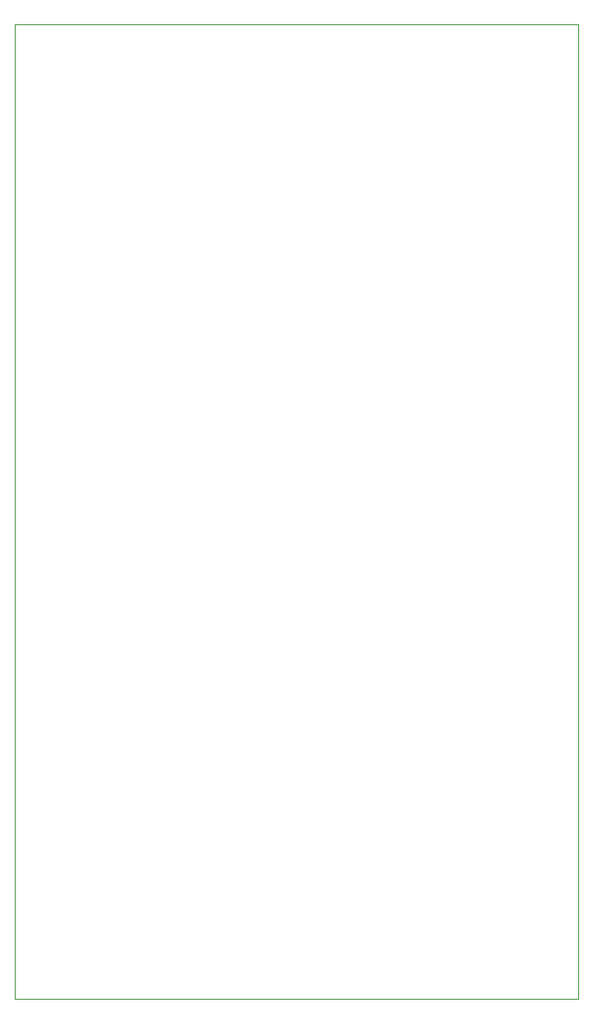
<source format=gbr>
%TF.GenerationSoftware,KiCad,Pcbnew,4.0.7*%
%TF.CreationDate,2018-04-16T11:03:50-07:00*%
%TF.ProjectId,ds18b20board,64733138623230626F6172642E6B6963,rev?*%
%TF.FileFunction,Profile,NP*%
%FSLAX46Y46*%
G04 Gerber Fmt 4.6, Leading zero omitted, Abs format (unit mm)*
G04 Created by KiCad (PCBNEW 4.0.7) date 04/16/18 11:03:50*
%MOMM*%
%LPD*%
G01*
G04 APERTURE LIST*
%ADD10C,0.100000*%
G04 APERTURE END LIST*
D10*
X100000000Y-145000000D02*
X155000000Y-145000000D01*
X100000000Y-50000000D02*
X155000000Y-50000000D01*
X155000000Y-50000000D02*
X155000000Y-145000000D01*
X100000000Y-50000000D02*
X100000000Y-145000000D01*
M02*

</source>
